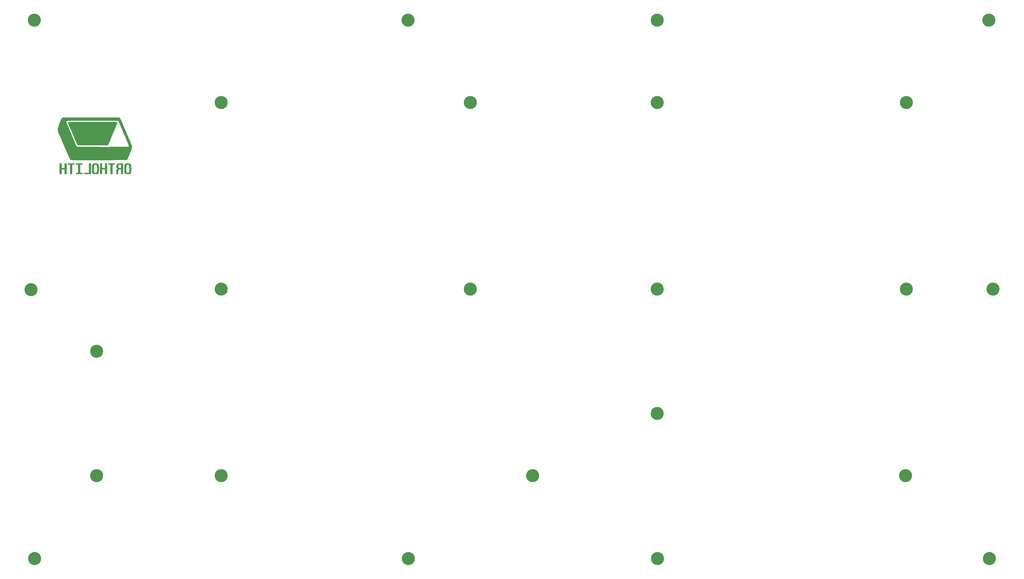
<source format=gbr>
%TF.GenerationSoftware,KiCad,Pcbnew,(6.0.0)*%
%TF.CreationDate,2023-01-05T23:03:01-06:00*%
%TF.ProjectId,Ortholith Top Plate (3D Printed Base),4f727468-6f6c-4697-9468-20546f702050,rev?*%
%TF.SameCoordinates,Original*%
%TF.FileFunction,Soldermask,Bot*%
%TF.FilePolarity,Negative*%
%FSLAX46Y46*%
G04 Gerber Fmt 4.6, Leading zero omitted, Abs format (unit mm)*
G04 Created by KiCad (PCBNEW (6.0.0)) date 2023-01-05 23:03:01*
%MOMM*%
%LPD*%
G01*
G04 APERTURE LIST*
%ADD10C,0.500000*%
%ADD11C,4.000000*%
G04 APERTURE END LIST*
%TO.C,G\u002A\u002A\u002A*%
G36*
X73276840Y-96260886D02*
G01*
X73276719Y-96279443D01*
X73253194Y-96407483D01*
X73155562Y-96462343D01*
X72935901Y-96473974D01*
X72594961Y-96473974D01*
X72594961Y-99371960D01*
X71913082Y-99371960D01*
X71913082Y-96473974D01*
X71572142Y-96473974D01*
X71542451Y-96473898D01*
X71337587Y-96459195D01*
X71249812Y-96398175D01*
X71231203Y-96260886D01*
X71231203Y-96047799D01*
X73276840Y-96047799D01*
X73276840Y-96260886D01*
G37*
G36*
X75748652Y-96260886D02*
G01*
X75748531Y-96279443D01*
X75725006Y-96407483D01*
X75627374Y-96462343D01*
X75407713Y-96473974D01*
X75066773Y-96473974D01*
X75066773Y-98945786D01*
X75407713Y-98945786D01*
X75437404Y-98945862D01*
X75642268Y-98960565D01*
X75730043Y-99021585D01*
X75748652Y-99158873D01*
X75748652Y-99371960D01*
X73703015Y-99371960D01*
X73703015Y-99158873D01*
X73703136Y-99140316D01*
X73726661Y-99012276D01*
X73824293Y-98957416D01*
X74043954Y-98945786D01*
X74384894Y-98945786D01*
X74384894Y-96473974D01*
X74043954Y-96473974D01*
X74014263Y-96473898D01*
X73809399Y-96459195D01*
X73721624Y-96398175D01*
X73703015Y-96260886D01*
X73703015Y-96047799D01*
X75748652Y-96047799D01*
X75748652Y-96260886D01*
G37*
G36*
X87511068Y-99371960D02*
G01*
X87511068Y-97922967D01*
X87168019Y-97922967D01*
X87019283Y-97933063D01*
X86840539Y-98004430D01*
X86730196Y-98166444D01*
X86674256Y-98445027D01*
X86658719Y-98866100D01*
X86658719Y-99371960D01*
X86062075Y-99371960D01*
X86062075Y-98690081D01*
X86067426Y-98364890D01*
X86091731Y-98116056D01*
X86143846Y-97954959D01*
X86232545Y-97837732D01*
X86403015Y-97667262D01*
X86222798Y-97487046D01*
X86188133Y-97450645D01*
X86100144Y-97312539D01*
X86069025Y-97126879D01*
X86079655Y-96883328D01*
X86675650Y-96883328D01*
X86707774Y-97219779D01*
X86779229Y-97363372D01*
X86909380Y-97445448D01*
X87150402Y-97480385D01*
X87511068Y-97506594D01*
X87511068Y-96464172D01*
X87150402Y-96490382D01*
X86926939Y-96520427D01*
X86788632Y-96596411D01*
X86707774Y-96750987D01*
X86675650Y-96883328D01*
X86079655Y-96883328D01*
X86081824Y-96833624D01*
X86108543Y-96604283D01*
X86178945Y-96359502D01*
X86311397Y-96198131D01*
X86532797Y-96103502D01*
X86870046Y-96058947D01*
X87350041Y-96047799D01*
X88192948Y-96047799D01*
X88192948Y-99371960D01*
X87511068Y-99371960D01*
G37*
G36*
X78305699Y-99371960D02*
G01*
X76174827Y-99371960D01*
X76174827Y-99158873D01*
X76181291Y-99056502D01*
X76223223Y-98993174D01*
X76334372Y-98960229D01*
X76548488Y-98947742D01*
X76899323Y-98945786D01*
X77623820Y-98945786D01*
X77623820Y-96047799D01*
X78305699Y-96047799D01*
X78305699Y-99371960D01*
G37*
G36*
X90619039Y-98681059D02*
G01*
X90551247Y-99000892D01*
X90447756Y-99206391D01*
X90304305Y-99316545D01*
X90289165Y-99321217D01*
X90127468Y-99339067D01*
X89855484Y-99347795D01*
X89522947Y-99345554D01*
X89331171Y-99340099D01*
X89058079Y-99322207D01*
X88887170Y-99283449D01*
X88773118Y-99210165D01*
X88670598Y-99088697D01*
X88624624Y-99022361D01*
X88565096Y-98901431D01*
X88526317Y-98742935D01*
X88503966Y-98513656D01*
X88493724Y-98180376D01*
X88491338Y-97722926D01*
X89126772Y-97722926D01*
X89133723Y-98110519D01*
X89153713Y-98454576D01*
X89186743Y-98712953D01*
X89232813Y-98843504D01*
X89235881Y-98846454D01*
X89391983Y-98916709D01*
X89618480Y-98945786D01*
X89696107Y-98942222D01*
X89852917Y-98893742D01*
X89959940Y-98769859D01*
X90025759Y-98546982D01*
X90058957Y-98201519D01*
X90068115Y-97709880D01*
X90066819Y-97496507D01*
X90049181Y-97065486D01*
X90004111Y-96771312D01*
X89923026Y-96590397D01*
X89797343Y-96499148D01*
X89618480Y-96473974D01*
X89610264Y-96474016D01*
X89384628Y-96505001D01*
X89232813Y-96576256D01*
X89229371Y-96580095D01*
X89184161Y-96720382D01*
X89151992Y-96985713D01*
X89132862Y-97333942D01*
X89126772Y-97722926D01*
X88491338Y-97722926D01*
X88491270Y-97709880D01*
X88491998Y-97417829D01*
X88498458Y-97031081D01*
X88515221Y-96762247D01*
X88546604Y-96578111D01*
X88596925Y-96445455D01*
X88670502Y-96331063D01*
X88671242Y-96330070D01*
X88784455Y-96200510D01*
X88915764Y-96124888D01*
X89115960Y-96085532D01*
X89435833Y-96064768D01*
X89506983Y-96061839D01*
X89908124Y-96059444D01*
X90204579Y-96101381D01*
X90412011Y-96208616D01*
X90546083Y-96402116D01*
X90622456Y-96702849D01*
X90656794Y-97131782D01*
X90664760Y-97709880D01*
X90655392Y-98227903D01*
X90619039Y-98681059D01*
G37*
G36*
X77604473Y-83347602D02*
G01*
X78929754Y-83347799D01*
X78995604Y-83347800D01*
X80290467Y-83348089D01*
X81425667Y-83349032D01*
X82411519Y-83350807D01*
X83258337Y-83353594D01*
X83976436Y-83357570D01*
X84576130Y-83362914D01*
X85067735Y-83369806D01*
X85461565Y-83378424D01*
X85767934Y-83388947D01*
X85997157Y-83401553D01*
X86159550Y-83416422D01*
X86265426Y-83433733D01*
X86325100Y-83453663D01*
X86348887Y-83476392D01*
X86362882Y-83579998D01*
X86305727Y-83856551D01*
X86148522Y-84242766D01*
X86120651Y-84305229D01*
X86029405Y-84521928D01*
X85903842Y-84828637D01*
X85762491Y-85180350D01*
X85687672Y-85367611D01*
X85553170Y-85701269D01*
X85444784Y-85966368D01*
X85380822Y-86117933D01*
X85311922Y-86272403D01*
X85109829Y-86729304D01*
X84972263Y-87047974D01*
X84893742Y-87241301D01*
X84868786Y-87322175D01*
X84868197Y-87328204D01*
X84828437Y-87445839D01*
X84745428Y-87639280D01*
X84711229Y-87716106D01*
X84602827Y-87971039D01*
X84463553Y-88308000D01*
X84315020Y-88674980D01*
X84239685Y-88862609D01*
X84104608Y-89196113D01*
X83995797Y-89461074D01*
X83931624Y-89612564D01*
X83897293Y-89689711D01*
X83796461Y-89918121D01*
X83678022Y-90187900D01*
X83500767Y-90592766D01*
X78921522Y-90591461D01*
X78485733Y-90591040D01*
X77638951Y-90588478D01*
X76850361Y-90583815D01*
X76136000Y-90577281D01*
X75511910Y-90569103D01*
X74994130Y-90559513D01*
X74598699Y-90548738D01*
X74341658Y-90537008D01*
X74239047Y-90524552D01*
X74186547Y-90468544D01*
X74073401Y-90285630D01*
X73951523Y-90035757D01*
X73892690Y-89901059D01*
X73741147Y-89556542D01*
X73607270Y-89254992D01*
X73560184Y-89147425D01*
X73479302Y-88948054D01*
X73447310Y-88845450D01*
X73440063Y-88814062D01*
X73382291Y-88660024D01*
X73285669Y-88435908D01*
X73187065Y-88212121D01*
X73041112Y-87870648D01*
X72896791Y-87524309D01*
X72774130Y-87228890D01*
X72643570Y-86921468D01*
X72547022Y-86701696D01*
X72535070Y-86675273D01*
X72456591Y-86488033D01*
X72424491Y-86385892D01*
X72424441Y-86384836D01*
X72388646Y-86284616D01*
X72299143Y-86075794D01*
X72174661Y-85802130D01*
X72091469Y-85620780D01*
X71884418Y-85150411D01*
X71681951Y-84667682D01*
X71506988Y-84228007D01*
X71382450Y-83886801D01*
X71367690Y-83844940D01*
X71334810Y-83757493D01*
X71311299Y-83680917D01*
X71307228Y-83614492D01*
X71332664Y-83557500D01*
X71397676Y-83509222D01*
X71512333Y-83468938D01*
X71686704Y-83435929D01*
X71930856Y-83409477D01*
X72254860Y-83388862D01*
X72668783Y-83373366D01*
X73182694Y-83362268D01*
X73806661Y-83354851D01*
X74550754Y-83350395D01*
X75425042Y-83348181D01*
X76439591Y-83347489D01*
X77604473Y-83347602D01*
G37*
G36*
X80731791Y-98681059D02*
G01*
X80663999Y-99000892D01*
X80560507Y-99206391D01*
X80417056Y-99316545D01*
X80401916Y-99321217D01*
X80240219Y-99339067D01*
X79968236Y-99347795D01*
X79635698Y-99345554D01*
X79443923Y-99340099D01*
X79170831Y-99322207D01*
X78999922Y-99283449D01*
X78885870Y-99210165D01*
X78783349Y-99088697D01*
X78737376Y-99022361D01*
X78677847Y-98901431D01*
X78639068Y-98742935D01*
X78616718Y-98513656D01*
X78606475Y-98180376D01*
X78604021Y-97709880D01*
X79243283Y-97709880D01*
X79244241Y-97901260D01*
X79259453Y-98383959D01*
X79293212Y-98697870D01*
X79345565Y-98843504D01*
X79348632Y-98846454D01*
X79504735Y-98916709D01*
X79731232Y-98945786D01*
X79808859Y-98942222D01*
X79965669Y-98893742D01*
X80072692Y-98769859D01*
X80138511Y-98546982D01*
X80171708Y-98201519D01*
X80180867Y-97709880D01*
X80179570Y-97496507D01*
X80161933Y-97065486D01*
X80116863Y-96771312D01*
X80035778Y-96590397D01*
X79910095Y-96499148D01*
X79731232Y-96473974D01*
X79716876Y-96474008D01*
X79530196Y-96487968D01*
X79400045Y-96544718D01*
X79316352Y-96669769D01*
X79269043Y-96888638D01*
X79248044Y-97226837D01*
X79243283Y-97709880D01*
X78604021Y-97709880D01*
X78604749Y-97417829D01*
X78611210Y-97031081D01*
X78627973Y-96762247D01*
X78659356Y-96578111D01*
X78709677Y-96445455D01*
X78783254Y-96331063D01*
X78783994Y-96330070D01*
X78897206Y-96200510D01*
X79028516Y-96124888D01*
X79228712Y-96085532D01*
X79548585Y-96064768D01*
X79619735Y-96061839D01*
X80020876Y-96059444D01*
X80317331Y-96101381D01*
X80524763Y-96208616D01*
X80658834Y-96402116D01*
X80735208Y-96702849D01*
X80769546Y-97131782D01*
X80777511Y-97709880D01*
X80768144Y-98227903D01*
X80731791Y-98681059D01*
G37*
G36*
X85635901Y-96260886D02*
G01*
X85635779Y-96279443D01*
X85612254Y-96407483D01*
X85514622Y-96462343D01*
X85294961Y-96473974D01*
X84954021Y-96473974D01*
X84954021Y-99371960D01*
X84272142Y-99371960D01*
X84272142Y-96473974D01*
X83931203Y-96473974D01*
X83901511Y-96473898D01*
X83696647Y-96459195D01*
X83608872Y-96398175D01*
X83590263Y-96260886D01*
X83590263Y-96047799D01*
X85635901Y-96047799D01*
X85635901Y-96260886D01*
G37*
G36*
X81715095Y-97496793D02*
G01*
X82567444Y-97496793D01*
X82567444Y-96047799D01*
X83249323Y-96047799D01*
X83249323Y-99371960D01*
X82567444Y-99371960D01*
X82567444Y-97922967D01*
X81715095Y-97922967D01*
X81715095Y-99371960D01*
X81033216Y-99371960D01*
X81033216Y-96047799D01*
X81715095Y-96047799D01*
X81715095Y-97496793D01*
G37*
G36*
X90882213Y-91279562D02*
G01*
X90818026Y-91558788D01*
X90703790Y-91886248D01*
X90559407Y-92256079D01*
X90404343Y-92635131D01*
X90273942Y-92936725D01*
X90166088Y-93179980D01*
X90005533Y-93553739D01*
X89854085Y-93916927D01*
X89732708Y-94213544D01*
X89613989Y-94502999D01*
X89532999Y-94699713D01*
X89426097Y-94872699D01*
X89263133Y-95013576D01*
X89158289Y-95024865D01*
X88896698Y-95035695D01*
X88492771Y-95045898D01*
X87960652Y-95055440D01*
X87314490Y-95064287D01*
X86568430Y-95072405D01*
X85736619Y-95079760D01*
X84833203Y-95086317D01*
X83872329Y-95092042D01*
X82868143Y-95096900D01*
X81834791Y-95100859D01*
X80786421Y-95103884D01*
X79737179Y-95105939D01*
X78701210Y-95106992D01*
X77692661Y-95107009D01*
X76725680Y-95105954D01*
X75814412Y-95103793D01*
X74973004Y-95100493D01*
X74215602Y-95096020D01*
X73556353Y-95090338D01*
X73009403Y-95083415D01*
X72588898Y-95075215D01*
X72308986Y-95065705D01*
X72183812Y-95054850D01*
X72116157Y-95027425D01*
X72029868Y-94956251D01*
X71933957Y-94826195D01*
X71817598Y-94617414D01*
X71669965Y-94310065D01*
X71480235Y-93884302D01*
X71237580Y-93320282D01*
X71221325Y-93282215D01*
X71066553Y-92924908D01*
X70917311Y-92588082D01*
X70803842Y-92340081D01*
X70718846Y-92154275D01*
X70574322Y-91823900D01*
X70433004Y-91487732D01*
X70311411Y-91198957D01*
X70132265Y-90788845D01*
X69960184Y-90408510D01*
X69943528Y-90372469D01*
X69818680Y-90094595D01*
X69730432Y-89884722D01*
X69696974Y-89785880D01*
X69689679Y-89753668D01*
X69631482Y-89598194D01*
X69534141Y-89373492D01*
X69482565Y-89259323D01*
X69349499Y-88961375D01*
X69185827Y-88592113D01*
X69015817Y-88206189D01*
X68916320Y-87979970D01*
X68758808Y-87623462D01*
X68627352Y-87327842D01*
X68543092Y-87140752D01*
X68478238Y-86990458D01*
X68361820Y-86700717D01*
X68241974Y-86385364D01*
X68112346Y-85832235D01*
X68140215Y-85264919D01*
X68333173Y-84680254D01*
X68460341Y-84391946D01*
X68616773Y-84013194D01*
X68809325Y-83525845D01*
X68890476Y-83314792D01*
X70799794Y-83314792D01*
X70823119Y-83524536D01*
X70933986Y-83816591D01*
X71002328Y-83969899D01*
X71129695Y-84255708D01*
X71267459Y-84564923D01*
X71370899Y-84802896D01*
X71454743Y-85008653D01*
X71486907Y-85106068D01*
X71487466Y-85111955D01*
X71526630Y-85229522D01*
X71608599Y-85423173D01*
X71779961Y-85804492D01*
X71944911Y-86180905D01*
X72047963Y-86429394D01*
X72083552Y-86536906D01*
X72099218Y-86587888D01*
X72171616Y-86769233D01*
X72289040Y-87045209D01*
X72436116Y-87379901D01*
X72597469Y-87737397D01*
X72634427Y-87822359D01*
X72730298Y-88056581D01*
X72839186Y-88334041D01*
X72914894Y-88524554D01*
X73069906Y-88894105D01*
X73225094Y-89244854D01*
X73328206Y-89476486D01*
X73414256Y-89685412D01*
X73447310Y-89788223D01*
X73451865Y-89833526D01*
X73521696Y-90045730D01*
X73651985Y-90314579D01*
X73811923Y-90586292D01*
X73970697Y-90807085D01*
X74097496Y-90923174D01*
X74163325Y-90937368D01*
X74349109Y-90953795D01*
X74653905Y-90968200D01*
X75083430Y-90980654D01*
X75643399Y-90991224D01*
X76339532Y-90999979D01*
X77177543Y-91006988D01*
X78163151Y-91012320D01*
X79302071Y-91016044D01*
X80600022Y-91018228D01*
X82062720Y-91018940D01*
X83237493Y-91018787D01*
X84429685Y-91018133D01*
X85470535Y-91016797D01*
X86370246Y-91014602D01*
X87139020Y-91011369D01*
X87787061Y-91006921D01*
X88324573Y-91001080D01*
X88761758Y-90993668D01*
X89108820Y-90984508D01*
X89375962Y-90973421D01*
X89573386Y-90960229D01*
X89711297Y-90944756D01*
X89799897Y-90926822D01*
X89849390Y-90906250D01*
X89869979Y-90882863D01*
X89878758Y-90829516D01*
X89848685Y-90640972D01*
X89749897Y-90337908D01*
X89578257Y-89908523D01*
X89329629Y-89341013D01*
X89246611Y-89151867D01*
X89162937Y-88946941D01*
X89130531Y-88846236D01*
X89123297Y-88814657D01*
X89065529Y-88660222D01*
X88968891Y-88435908D01*
X88870600Y-88212463D01*
X88725128Y-87870844D01*
X88581519Y-87524309D01*
X88459775Y-87227868D01*
X88349581Y-86963872D01*
X88279022Y-86799813D01*
X88239603Y-86711246D01*
X88137162Y-86478068D01*
X88017425Y-86203168D01*
X87957302Y-86065099D01*
X87805721Y-85720266D01*
X87671831Y-85419422D01*
X87624462Y-85311712D01*
X87543207Y-85112131D01*
X87511068Y-85009095D01*
X87488626Y-84936535D01*
X87411340Y-84746450D01*
X87297981Y-84490483D01*
X87202450Y-84277597D01*
X87117583Y-84078367D01*
X87084894Y-83986865D01*
X87060085Y-83917213D01*
X86979274Y-83731727D01*
X86861828Y-83477982D01*
X86638762Y-83006860D01*
X78773632Y-83006860D01*
X77899646Y-83006911D01*
X76665506Y-83007287D01*
X75584995Y-83008191D01*
X74647836Y-83009817D01*
X73843754Y-83012359D01*
X73162475Y-83016010D01*
X72593723Y-83020963D01*
X72127224Y-83027411D01*
X71752703Y-83035548D01*
X71459884Y-83045567D01*
X71238492Y-83057661D01*
X71078253Y-83072023D01*
X70968892Y-83088847D01*
X70900132Y-83108325D01*
X70861701Y-83130652D01*
X70843322Y-83156021D01*
X70799794Y-83314792D01*
X68890476Y-83314792D01*
X69048472Y-82903882D01*
X69139164Y-82689516D01*
X69287347Y-82401488D01*
X69422235Y-82200694D01*
X69610612Y-81984041D01*
X87000786Y-81984041D01*
X87188467Y-82199893D01*
X87282712Y-82330986D01*
X87435010Y-82599941D01*
X87575351Y-82903081D01*
X87668127Y-83128472D01*
X87777946Y-83391226D01*
X87850888Y-83560886D01*
X87860560Y-83582746D01*
X87939707Y-83767175D01*
X88057738Y-84046926D01*
X88192948Y-84370618D01*
X88221790Y-84439944D01*
X88355014Y-84758629D01*
X88466310Y-85022556D01*
X88534038Y-85180350D01*
X88594534Y-85316933D01*
X88706096Y-85568474D01*
X88836480Y-85862229D01*
X88940820Y-86102029D01*
X89098520Y-86478081D01*
X89227246Y-86799813D01*
X89288457Y-86957133D01*
X89393789Y-87219372D01*
X89469168Y-87396457D01*
X89509691Y-87485662D01*
X89687445Y-87890228D01*
X89894600Y-88377565D01*
X90105719Y-88888068D01*
X90227366Y-89184547D01*
X90337243Y-89448520D01*
X90407362Y-89612564D01*
X90544534Y-89924435D01*
X90727513Y-90371008D01*
X90841654Y-90721701D01*
X90860189Y-90829516D01*
X90891655Y-91012543D01*
X90882213Y-91279562D01*
G37*
G36*
X69356035Y-97496793D02*
G01*
X70208384Y-97496793D01*
X70208384Y-96047799D01*
X70890263Y-96047799D01*
X70890263Y-99371960D01*
X70208384Y-99371960D01*
X70208384Y-97922967D01*
X69356035Y-97922967D01*
X69356035Y-99371960D01*
X68674156Y-99371960D01*
X68674156Y-96047799D01*
X69356035Y-96047799D01*
X69356035Y-97496793D01*
G37*
%TD*%
D10*
%TO.C,Ref\u002A\u002A*%
X354203000Y-136120000D03*
X353143000Y-133560000D03*
X355703000Y-134620000D03*
D11*
X354203000Y-134620000D03*
D10*
X355263000Y-133560000D03*
X354203000Y-133120000D03*
X352703000Y-134620000D03*
X355263000Y-135680000D03*
X353143000Y-135680000D03*
%TD*%
%TO.C,Ref\u002A\u002A*%
X59944000Y-136247000D03*
X58884000Y-133687000D03*
X61444000Y-134747000D03*
D11*
X59944000Y-134747000D03*
D10*
X61004000Y-133687000D03*
X59944000Y-133247000D03*
X58444000Y-134747000D03*
X61004000Y-135807000D03*
X58884000Y-135807000D03*
%TD*%
%TO.C,Ref\u002A\u002A*%
X175387000Y-218670000D03*
X174327000Y-216110000D03*
X176887000Y-217170000D03*
D11*
X175387000Y-217170000D03*
D10*
X176447000Y-216110000D03*
X175387000Y-215670000D03*
X173887000Y-217170000D03*
X176447000Y-218230000D03*
X174327000Y-218230000D03*
%TD*%
%TO.C,Ref\u002A\u002A*%
X251587000Y-218670000D03*
X250527000Y-216110000D03*
X253087000Y-217170000D03*
D11*
X251587000Y-217170000D03*
D10*
X252647000Y-216110000D03*
X251587000Y-215670000D03*
X250087000Y-217170000D03*
X252647000Y-218230000D03*
X250527000Y-218230000D03*
%TD*%
%TO.C,Ref\u002A\u002A*%
X61087000Y-218670000D03*
X60027000Y-216110000D03*
X62587000Y-217170000D03*
D11*
X61087000Y-217170000D03*
D10*
X62147000Y-216110000D03*
X61087000Y-215670000D03*
X59587000Y-217170000D03*
X62147000Y-218230000D03*
X60027000Y-218230000D03*
%TD*%
%TO.C,Ref\u002A\u002A*%
X353060000Y-218670000D03*
X352000000Y-216110000D03*
X354560000Y-217170000D03*
D11*
X353060000Y-217170000D03*
D10*
X354120000Y-216110000D03*
X353060000Y-215670000D03*
X351560000Y-217170000D03*
X354120000Y-218230000D03*
X352000000Y-218230000D03*
%TD*%
%TO.C,Ref\u002A\u002A*%
X251460000Y-53697000D03*
X250400000Y-51137000D03*
X252960000Y-52197000D03*
D11*
X251460000Y-52197000D03*
D10*
X252520000Y-51137000D03*
X251460000Y-50697000D03*
X249960000Y-52197000D03*
X252520000Y-53257000D03*
X250400000Y-53257000D03*
%TD*%
%TO.C,Ref\u002A\u002A*%
X175260000Y-53697000D03*
X174200000Y-51137000D03*
X176760000Y-52197000D03*
D11*
X175260000Y-52197000D03*
D10*
X176320000Y-51137000D03*
X175260000Y-50697000D03*
X173760000Y-52197000D03*
X176320000Y-53257000D03*
X174200000Y-53257000D03*
%TD*%
%TO.C,Ref\u002A\u002A*%
X351873000Y-53257000D03*
X353993000Y-53257000D03*
X351433000Y-52197000D03*
X352933000Y-50697000D03*
X353993000Y-51137000D03*
D11*
X352933000Y-52197000D03*
D10*
X354433000Y-52197000D03*
X351873000Y-51137000D03*
X352933000Y-53697000D03*
%TD*%
%TO.C,Ref\u002A\u002A*%
X60960000Y-53697000D03*
X59900000Y-51137000D03*
X62460000Y-52197000D03*
D11*
X60960000Y-52197000D03*
D10*
X62020000Y-51137000D03*
X60960000Y-50697000D03*
X59460000Y-52197000D03*
X62020000Y-53257000D03*
X59900000Y-53257000D03*
%TD*%
%TO.C,Ref\u002A\u002A*%
X251460000Y-136120000D03*
X250400000Y-133560000D03*
X252960000Y-134620000D03*
D11*
X251460000Y-134620000D03*
D10*
X252520000Y-133560000D03*
X251460000Y-133120000D03*
X249960000Y-134620000D03*
X252520000Y-135680000D03*
X250400000Y-135680000D03*
%TD*%
%TO.C,Ref\u002A\u002A*%
X327660000Y-136120000D03*
X326600000Y-133560000D03*
X329160000Y-134620000D03*
D11*
X327660000Y-134620000D03*
D10*
X328720000Y-133560000D03*
X327660000Y-133120000D03*
X326160000Y-134620000D03*
X328720000Y-135680000D03*
X326600000Y-135680000D03*
%TD*%
%TO.C,Ref\u002A\u002A*%
X327660000Y-78970000D03*
X326600000Y-76410000D03*
X329160000Y-77470000D03*
D11*
X327660000Y-77470000D03*
D10*
X328720000Y-76410000D03*
X327660000Y-75970000D03*
X326160000Y-77470000D03*
X328720000Y-78530000D03*
X326600000Y-78530000D03*
%TD*%
%TO.C,Ref\u002A\u002A*%
X251460000Y-78970000D03*
X250400000Y-76410000D03*
X252960000Y-77470000D03*
D11*
X251460000Y-77470000D03*
D10*
X252520000Y-76410000D03*
X251460000Y-75970000D03*
X249960000Y-77470000D03*
X252520000Y-78530000D03*
X250400000Y-78530000D03*
%TD*%
%TO.C,Ref\u002A\u002A*%
X194310000Y-78970000D03*
X193250000Y-76410000D03*
X195810000Y-77470000D03*
D11*
X194310000Y-77470000D03*
D10*
X195370000Y-76410000D03*
X194310000Y-75970000D03*
X192810000Y-77470000D03*
X195370000Y-78530000D03*
X193250000Y-78530000D03*
%TD*%
%TO.C,Ref\u002A\u002A*%
X194304374Y-136092986D03*
X193244374Y-133532986D03*
X195804374Y-134592986D03*
D11*
X194304374Y-134592986D03*
D10*
X195364374Y-133532986D03*
X194304374Y-133092986D03*
X192804374Y-134592986D03*
X195364374Y-135652986D03*
X193244374Y-135652986D03*
%TD*%
%TO.C,Ref\u002A\u002A*%
X118110000Y-78970000D03*
X117050000Y-76410000D03*
X119610000Y-77470000D03*
D11*
X118110000Y-77470000D03*
D10*
X119170000Y-76410000D03*
X118110000Y-75970000D03*
X116610000Y-77470000D03*
X119170000Y-78530000D03*
X117050000Y-78530000D03*
%TD*%
%TO.C,Ref\u002A\u002A*%
X118110000Y-136120000D03*
X117050000Y-133560000D03*
X119610000Y-134620000D03*
D11*
X118110000Y-134620000D03*
D10*
X119170000Y-133560000D03*
X118110000Y-133120000D03*
X116610000Y-134620000D03*
X119170000Y-135680000D03*
X117050000Y-135680000D03*
%TD*%
%TO.C,Ref\u002A\u002A*%
X251460000Y-174220000D03*
X250400000Y-171660000D03*
X252960000Y-172720000D03*
D11*
X251460000Y-172720000D03*
D10*
X252520000Y-171660000D03*
X251460000Y-171220000D03*
X249960000Y-172720000D03*
X252520000Y-173780000D03*
X250400000Y-173780000D03*
%TD*%
%TO.C,Ref\u002A\u002A*%
X327406000Y-193270000D03*
X326346000Y-190710000D03*
X328906000Y-191770000D03*
D11*
X327406000Y-191770000D03*
D10*
X328466000Y-190710000D03*
X327406000Y-190270000D03*
X325906000Y-191770000D03*
X328466000Y-192830000D03*
X326346000Y-192830000D03*
%TD*%
%TO.C,Ref\u002A\u002A*%
X213360000Y-193270000D03*
X212300000Y-190710000D03*
X214860000Y-191770000D03*
D11*
X213360000Y-191770000D03*
D10*
X214420000Y-190710000D03*
X213360000Y-190270000D03*
X211860000Y-191770000D03*
X214420000Y-192830000D03*
X212300000Y-192830000D03*
%TD*%
%TO.C,Ref\u002A\u002A*%
X118110000Y-193270000D03*
X117050000Y-190710000D03*
X119610000Y-191770000D03*
D11*
X118110000Y-191770000D03*
D10*
X119170000Y-190710000D03*
X118110000Y-190270000D03*
X116610000Y-191770000D03*
X119170000Y-192830000D03*
X117050000Y-192830000D03*
%TD*%
%TO.C,Ref\u002A\u002A*%
X80010000Y-193270000D03*
X78950000Y-190710000D03*
X81510000Y-191770000D03*
D11*
X80010000Y-191770000D03*
D10*
X81070000Y-190710000D03*
X80010000Y-190270000D03*
X78510000Y-191770000D03*
X81070000Y-192830000D03*
X78950000Y-192830000D03*
%TD*%
D11*
%TO.C,Ref\u002A\u002A*%
X80010000Y-153670000D03*
D10*
X81510000Y-153670000D03*
X78510000Y-153670000D03*
X80010000Y-155170000D03*
X80010000Y-152170000D03*
X81070000Y-154730000D03*
X78950000Y-154730000D03*
X78950000Y-152610000D03*
X81070000Y-152610000D03*
%TD*%
M02*

</source>
